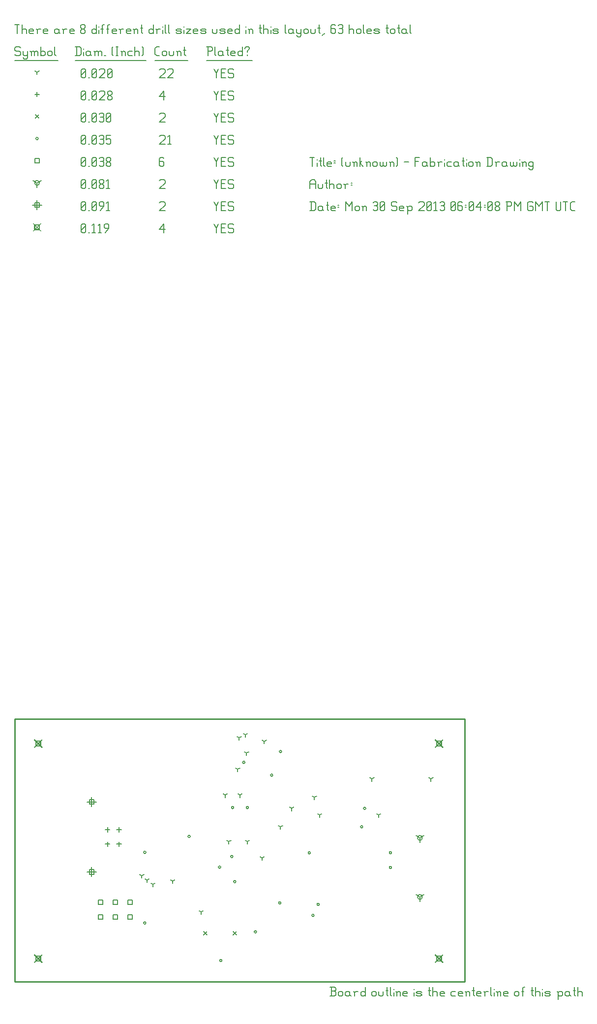
<source format=gbr>
G04 start of page 12 for group -3984 idx -3984 *
G04 Title: (unknown), fab *
G04 Creator: pcb 1.99z *
G04 CreationDate: Mon 30 Sep 2013 06:04:08 PM GMT UTC *
G04 For: commonadmin *
G04 Format: Gerber/RS-274X *
G04 PCB-Dimensions: 600000 500000 *
G04 PCB-Coordinate-Origin: lower left *
%MOIN*%
%FSLAX25Y25*%
%LNFAB*%
%ADD100C,0.0100*%
%ADD99C,0.0075*%
%ADD98C,0.0060*%
%ADD97R,0.0080X0.0080*%
%ADD96C,0.0001*%
G54D96*G36*
X13348Y18714D02*X18714Y13348D01*
X18148Y12782D01*
X12782Y18148D01*
X13348Y18714D01*
G37*
G36*
X12782Y13348D02*X18148Y18714D01*
X18714Y18148D01*
X13348Y12782D01*
X12782Y13348D01*
G37*
G54D97*X14148Y17348D02*X17348D01*
X14148D02*Y14148D01*
X17348D01*
Y17348D02*Y14148D01*
G54D96*G36*
X285002Y18714D02*X290367Y13348D01*
X289802Y12782D01*
X284436Y18148D01*
X285002Y18714D01*
G37*
G36*
X284436Y13348D02*X289802Y18714D01*
X290367Y18148D01*
X285002Y12782D01*
X284436Y13348D01*
G37*
G54D97*X285802Y17348D02*X289002D01*
X285802D02*Y14148D01*
X289002D01*
Y17348D02*Y14148D01*
G54D96*G36*
X13348Y164383D02*X18714Y159017D01*
X18148Y158452D01*
X12782Y163817D01*
X13348Y164383D01*
G37*
G36*
X12782Y159017D02*X18148Y164383D01*
X18714Y163817D01*
X13348Y158452D01*
X12782Y159017D01*
G37*
G54D97*X14148Y163017D02*X17348D01*
X14148D02*Y159817D01*
X17348D01*
Y163017D02*Y159817D01*
G54D96*G36*
X285002Y164383D02*X290367Y159017D01*
X289802Y158452D01*
X284436Y163817D01*
X285002Y164383D01*
G37*
G36*
X284436Y159017D02*X289802Y164383D01*
X290367Y163817D01*
X285002Y158452D01*
X284436Y159017D01*
G37*
G54D97*X285802Y163017D02*X289002D01*
X285802D02*Y159817D01*
X289002D01*
Y163017D02*Y159817D01*
G54D96*G36*
X12600Y514216D02*X17966Y508850D01*
X17400Y508284D01*
X12034Y513650D01*
X12600Y514216D01*
G37*
G36*
X12034Y508850D02*X17400Y514216D01*
X17966Y513650D01*
X12600Y508284D01*
X12034Y508850D01*
G37*
G54D97*X13400Y512850D02*X16600D01*
X13400D02*Y509650D01*
X16600D01*
Y512850D02*Y509650D01*
G54D98*X135000Y513500D02*X136500Y510500D01*
X138000Y513500D01*
X136500Y510500D02*Y507500D01*
X139800Y510800D02*X142050D01*
X139800Y507500D02*X142800D01*
X139800Y513500D02*Y507500D01*
Y513500D02*X142800D01*
X147600D02*X148350Y512750D01*
X145350Y513500D02*X147600D01*
X144600Y512750D02*X145350Y513500D01*
X144600Y512750D02*Y511250D01*
X145350Y510500D01*
X147600D01*
X148350Y509750D01*
Y508250D01*
X147600Y507500D02*X148350Y508250D01*
X145350Y507500D02*X147600D01*
X144600Y508250D02*X145350Y507500D01*
X98000Y509750D02*X101000Y513500D01*
X98000Y509750D02*X101750D01*
X101000Y513500D02*Y507500D01*
X45000Y508250D02*X45750Y507500D01*
X45000Y512750D02*Y508250D01*
Y512750D02*X45750Y513500D01*
X47250D01*
X48000Y512750D01*
Y508250D01*
X47250Y507500D02*X48000Y508250D01*
X45750Y507500D02*X47250D01*
X45000Y509000D02*X48000Y512000D01*
X49800Y507500D02*X50550D01*
X52350Y512300D02*X53550Y513500D01*
Y507500D01*
X52350D02*X54600D01*
X56400Y512300D02*X57600Y513500D01*
Y507500D01*
X56400D02*X58650D01*
X61200D02*X63450Y510500D01*
Y512750D02*Y510500D01*
X62700Y513500D02*X63450Y512750D01*
X61200Y513500D02*X62700D01*
X60450Y512750D02*X61200Y513500D01*
X60450Y512750D02*Y511250D01*
X61200Y510500D01*
X63450D01*
X52000Y77700D02*Y71300D01*
X48800Y74500D02*X55200D01*
X50400Y76100D02*X53600D01*
X50400D02*Y72900D01*
X53600D01*
Y76100D02*Y72900D01*
X52000Y125100D02*Y118700D01*
X48800Y121900D02*X55200D01*
X50400Y123500D02*X53600D01*
X50400D02*Y120300D01*
X53600D01*
Y123500D02*Y120300D01*
X15000Y529450D02*Y523050D01*
X11800Y526250D02*X18200D01*
X13400Y527850D02*X16600D01*
X13400D02*Y524650D01*
X16600D01*
Y527850D02*Y524650D01*
X135000Y528500D02*X136500Y525500D01*
X138000Y528500D01*
X136500Y525500D02*Y522500D01*
X139800Y525800D02*X142050D01*
X139800Y522500D02*X142800D01*
X139800Y528500D02*Y522500D01*
Y528500D02*X142800D01*
X147600D02*X148350Y527750D01*
X145350Y528500D02*X147600D01*
X144600Y527750D02*X145350Y528500D01*
X144600Y527750D02*Y526250D01*
X145350Y525500D01*
X147600D01*
X148350Y524750D01*
Y523250D01*
X147600Y522500D02*X148350Y523250D01*
X145350Y522500D02*X147600D01*
X144600Y523250D02*X145350Y522500D01*
X98000Y527750D02*X98750Y528500D01*
X101000D01*
X101750Y527750D01*
Y526250D01*
X98000Y522500D02*X101750Y526250D01*
X98000Y522500D02*X101750D01*
X45000Y523250D02*X45750Y522500D01*
X45000Y527750D02*Y523250D01*
Y527750D02*X45750Y528500D01*
X47250D01*
X48000Y527750D01*
Y523250D01*
X47250Y522500D02*X48000Y523250D01*
X45750Y522500D02*X47250D01*
X45000Y524000D02*X48000Y527000D01*
X49800Y522500D02*X50550D01*
X52350Y523250D02*X53100Y522500D01*
X52350Y527750D02*Y523250D01*
Y527750D02*X53100Y528500D01*
X54600D01*
X55350Y527750D01*
Y523250D01*
X54600Y522500D02*X55350Y523250D01*
X53100Y522500D02*X54600D01*
X52350Y524000D02*X55350Y527000D01*
X57900Y522500D02*X60150Y525500D01*
Y527750D02*Y525500D01*
X59400Y528500D02*X60150Y527750D01*
X57900Y528500D02*X59400D01*
X57150Y527750D02*X57900Y528500D01*
X57150Y527750D02*Y526250D01*
X57900Y525500D01*
X60150D01*
X61950Y527300D02*X63150Y528500D01*
Y522500D01*
X61950D02*X64200D01*
X274500Y97500D02*Y94300D01*
Y97500D02*X277273Y99100D01*
X274500Y97500D02*X271727Y99100D01*
X272900Y97500D02*G75*G03X276100Y97500I1600J0D01*G01*
G75*G03X272900Y97500I-1600J0D01*G01*
X274500Y57500D02*Y54300D01*
Y57500D02*X277273Y59100D01*
X274500Y57500D02*X271727Y59100D01*
X272900Y57500D02*G75*G03X276100Y57500I1600J0D01*G01*
G75*G03X272900Y57500I-1600J0D01*G01*
X15000Y541250D02*Y538050D01*
Y541250D02*X17773Y542850D01*
X15000Y541250D02*X12227Y542850D01*
X13400Y541250D02*G75*G03X16600Y541250I1600J0D01*G01*
G75*G03X13400Y541250I-1600J0D01*G01*
X135000Y543500D02*X136500Y540500D01*
X138000Y543500D01*
X136500Y540500D02*Y537500D01*
X139800Y540800D02*X142050D01*
X139800Y537500D02*X142800D01*
X139800Y543500D02*Y537500D01*
Y543500D02*X142800D01*
X147600D02*X148350Y542750D01*
X145350Y543500D02*X147600D01*
X144600Y542750D02*X145350Y543500D01*
X144600Y542750D02*Y541250D01*
X145350Y540500D01*
X147600D01*
X148350Y539750D01*
Y538250D01*
X147600Y537500D02*X148350Y538250D01*
X145350Y537500D02*X147600D01*
X144600Y538250D02*X145350Y537500D01*
X98000Y542750D02*X98750Y543500D01*
X101000D01*
X101750Y542750D01*
Y541250D01*
X98000Y537500D02*X101750Y541250D01*
X98000Y537500D02*X101750D01*
X45000Y538250D02*X45750Y537500D01*
X45000Y542750D02*Y538250D01*
Y542750D02*X45750Y543500D01*
X47250D01*
X48000Y542750D01*
Y538250D01*
X47250Y537500D02*X48000Y538250D01*
X45750Y537500D02*X47250D01*
X45000Y539000D02*X48000Y542000D01*
X49800Y537500D02*X50550D01*
X52350Y538250D02*X53100Y537500D01*
X52350Y542750D02*Y538250D01*
Y542750D02*X53100Y543500D01*
X54600D01*
X55350Y542750D01*
Y538250D01*
X54600Y537500D02*X55350Y538250D01*
X53100Y537500D02*X54600D01*
X52350Y539000D02*X55350Y542000D01*
X57150Y538250D02*X57900Y537500D01*
X57150Y539450D02*Y538250D01*
Y539450D02*X58200Y540500D01*
X59100D01*
X60150Y539450D01*
Y538250D01*
X59400Y537500D02*X60150Y538250D01*
X57900Y537500D02*X59400D01*
X57150Y541550D02*X58200Y540500D01*
X57150Y542750D02*Y541550D01*
Y542750D02*X57900Y543500D01*
X59400D01*
X60150Y542750D01*
Y541550D01*
X59100Y540500D02*X60150Y541550D01*
X61950Y542300D02*X63150Y543500D01*
Y537500D01*
X61950D02*X64200D01*
X76400Y55500D02*X79600D01*
X76400D02*Y52300D01*
X79600D01*
Y55500D02*Y52300D01*
X76400Y45500D02*X79600D01*
X76400D02*Y42300D01*
X79600D01*
Y45500D02*Y42300D01*
X66400Y55500D02*X69600D01*
X66400D02*Y52300D01*
X69600D01*
Y55500D02*Y52300D01*
X66400Y45500D02*X69600D01*
X66400D02*Y42300D01*
X69600D01*
Y45500D02*Y42300D01*
X56400Y55500D02*X59600D01*
X56400D02*Y52300D01*
X59600D01*
Y55500D02*Y52300D01*
X56400Y45500D02*X59600D01*
X56400D02*Y42300D01*
X59600D01*
Y45500D02*Y42300D01*
X13400Y557850D02*X16600D01*
X13400D02*Y554650D01*
X16600D01*
Y557850D02*Y554650D01*
X135000Y558500D02*X136500Y555500D01*
X138000Y558500D01*
X136500Y555500D02*Y552500D01*
X139800Y555800D02*X142050D01*
X139800Y552500D02*X142800D01*
X139800Y558500D02*Y552500D01*
Y558500D02*X142800D01*
X147600D02*X148350Y557750D01*
X145350Y558500D02*X147600D01*
X144600Y557750D02*X145350Y558500D01*
X144600Y557750D02*Y556250D01*
X145350Y555500D01*
X147600D01*
X148350Y554750D01*
Y553250D01*
X147600Y552500D02*X148350Y553250D01*
X145350Y552500D02*X147600D01*
X144600Y553250D02*X145350Y552500D01*
X100250Y558500D02*X101000Y557750D01*
X98750Y558500D02*X100250D01*
X98000Y557750D02*X98750Y558500D01*
X98000Y557750D02*Y553250D01*
X98750Y552500D01*
X100250Y555800D02*X101000Y555050D01*
X98000Y555800D02*X100250D01*
X98750Y552500D02*X100250D01*
X101000Y553250D01*
Y555050D02*Y553250D01*
X45000D02*X45750Y552500D01*
X45000Y557750D02*Y553250D01*
Y557750D02*X45750Y558500D01*
X47250D01*
X48000Y557750D01*
Y553250D01*
X47250Y552500D02*X48000Y553250D01*
X45750Y552500D02*X47250D01*
X45000Y554000D02*X48000Y557000D01*
X49800Y552500D02*X50550D01*
X52350Y553250D02*X53100Y552500D01*
X52350Y557750D02*Y553250D01*
Y557750D02*X53100Y558500D01*
X54600D01*
X55350Y557750D01*
Y553250D01*
X54600Y552500D02*X55350Y553250D01*
X53100Y552500D02*X54600D01*
X52350Y554000D02*X55350Y557000D01*
X57150Y557750D02*X57900Y558500D01*
X59400D01*
X60150Y557750D01*
X59400Y552500D02*X60150Y553250D01*
X57900Y552500D02*X59400D01*
X57150Y553250D02*X57900Y552500D01*
Y555800D02*X59400D01*
X60150Y557750D02*Y556550D01*
Y555050D02*Y553250D01*
Y555050D02*X59400Y555800D01*
X60150Y556550D02*X59400Y555800D01*
X61950Y553250D02*X62700Y552500D01*
X61950Y554450D02*Y553250D01*
Y554450D02*X63000Y555500D01*
X63900D01*
X64950Y554450D01*
Y553250D01*
X64200Y552500D02*X64950Y553250D01*
X62700Y552500D02*X64200D01*
X61950Y556550D02*X63000Y555500D01*
X61950Y557750D02*Y556550D01*
Y557750D02*X62700Y558500D01*
X64200D01*
X64950Y557750D01*
Y556550D01*
X63900Y555500D02*X64950Y556550D01*
X253700Y77500D02*G75*G03X255300Y77500I800J0D01*G01*
G75*G03X253700Y77500I-800J0D01*G01*
Y87500D02*G75*G03X255300Y87500I800J0D01*G01*
G75*G03X253700Y87500I-800J0D01*G01*
X137885Y77648D02*G75*G03X139485Y77648I800J0D01*G01*
G75*G03X137885Y77648I-800J0D01*G01*
X146200Y84900D02*G75*G03X147800Y84900I800J0D01*G01*
G75*G03X146200Y84900I-800J0D01*G01*
X87200Y87710D02*G75*G03X88800Y87710I800J0D01*G01*
G75*G03X87200Y87710I-800J0D01*G01*
X148200Y67900D02*G75*G03X149800Y67900I800J0D01*G01*
G75*G03X148200Y67900I-800J0D01*G01*
X87200Y39900D02*G75*G03X88800Y39900I800J0D01*G01*
G75*G03X87200Y39900I-800J0D01*G01*
X138685Y14375D02*G75*G03X140285Y14375I800J0D01*G01*
G75*G03X138685Y14375I-800J0D01*G01*
X162200Y33900D02*G75*G03X163800Y33900I800J0D01*G01*
G75*G03X162200Y33900I-800J0D01*G01*
X117200Y98500D02*G75*G03X118800Y98500I800J0D01*G01*
G75*G03X117200Y98500I-800J0D01*G01*
X154300Y148700D02*G75*G03X155900Y148700I800J0D01*G01*
G75*G03X154300Y148700I-800J0D01*G01*
X173200Y140000D02*G75*G03X174800Y140000I800J0D01*G01*
G75*G03X173200Y140000I-800J0D01*G01*
X179200Y156000D02*G75*G03X180800Y156000I800J0D01*G01*
G75*G03X179200Y156000I-800J0D01*G01*
X198700Y87324D02*G75*G03X200300Y87324I800J0D01*G01*
G75*G03X198700Y87324I-800J0D01*G01*
X201200Y45000D02*G75*G03X202800Y45000I800J0D01*G01*
G75*G03X201200Y45000I-800J0D01*G01*
X178700Y53500D02*G75*G03X180300Y53500I800J0D01*G01*
G75*G03X178700Y53500I-800J0D01*G01*
X204700Y52500D02*G75*G03X206300Y52500I800J0D01*G01*
G75*G03X204700Y52500I-800J0D01*G01*
X236200Y117500D02*G75*G03X237800Y117500I800J0D01*G01*
G75*G03X236200Y117500I-800J0D01*G01*
X234200Y105000D02*G75*G03X235800Y105000I800J0D01*G01*
G75*G03X234200Y105000I-800J0D01*G01*
X146700Y118000D02*G75*G03X148300Y118000I800J0D01*G01*
G75*G03X146700Y118000I-800J0D01*G01*
X156700D02*G75*G03X158300Y118000I800J0D01*G01*
G75*G03X156700Y118000I-800J0D01*G01*
X14200Y571250D02*G75*G03X15800Y571250I800J0D01*G01*
G75*G03X14200Y571250I-800J0D01*G01*
X135000Y573500D02*X136500Y570500D01*
X138000Y573500D01*
X136500Y570500D02*Y567500D01*
X139800Y570800D02*X142050D01*
X139800Y567500D02*X142800D01*
X139800Y573500D02*Y567500D01*
Y573500D02*X142800D01*
X147600D02*X148350Y572750D01*
X145350Y573500D02*X147600D01*
X144600Y572750D02*X145350Y573500D01*
X144600Y572750D02*Y571250D01*
X145350Y570500D01*
X147600D01*
X148350Y569750D01*
Y568250D01*
X147600Y567500D02*X148350Y568250D01*
X145350Y567500D02*X147600D01*
X144600Y568250D02*X145350Y567500D01*
X98000Y572750D02*X98750Y573500D01*
X101000D01*
X101750Y572750D01*
Y571250D01*
X98000Y567500D02*X101750Y571250D01*
X98000Y567500D02*X101750D01*
X103550Y572300D02*X104750Y573500D01*
Y567500D01*
X103550D02*X105800D01*
X45000Y568250D02*X45750Y567500D01*
X45000Y572750D02*Y568250D01*
Y572750D02*X45750Y573500D01*
X47250D01*
X48000Y572750D01*
Y568250D01*
X47250Y567500D02*X48000Y568250D01*
X45750Y567500D02*X47250D01*
X45000Y569000D02*X48000Y572000D01*
X49800Y567500D02*X50550D01*
X52350Y568250D02*X53100Y567500D01*
X52350Y572750D02*Y568250D01*
Y572750D02*X53100Y573500D01*
X54600D01*
X55350Y572750D01*
Y568250D01*
X54600Y567500D02*X55350Y568250D01*
X53100Y567500D02*X54600D01*
X52350Y569000D02*X55350Y572000D01*
X57150Y572750D02*X57900Y573500D01*
X59400D01*
X60150Y572750D01*
X59400Y567500D02*X60150Y568250D01*
X57900Y567500D02*X59400D01*
X57150Y568250D02*X57900Y567500D01*
Y570800D02*X59400D01*
X60150Y572750D02*Y571550D01*
Y570050D02*Y568250D01*
Y570050D02*X59400Y570800D01*
X60150Y571550D02*X59400Y570800D01*
X61950Y573500D02*X64950D01*
X61950D02*Y570500D01*
X62700Y571250D01*
X64200D01*
X64950Y570500D01*
Y568250D01*
X64200Y567500D02*X64950Y568250D01*
X62700Y567500D02*X64200D01*
X61950Y568250D02*X62700Y567500D01*
X147800Y34100D02*X150200Y31700D01*
X147800D02*X150200Y34100D01*
X127800D02*X130200Y31700D01*
X127800D02*X130200Y34100D01*
X13800Y587450D02*X16200Y585050D01*
X13800D02*X16200Y587450D01*
X135000Y588500D02*X136500Y585500D01*
X138000Y588500D01*
X136500Y585500D02*Y582500D01*
X139800Y585800D02*X142050D01*
X139800Y582500D02*X142800D01*
X139800Y588500D02*Y582500D01*
Y588500D02*X142800D01*
X147600D02*X148350Y587750D01*
X145350Y588500D02*X147600D01*
X144600Y587750D02*X145350Y588500D01*
X144600Y587750D02*Y586250D01*
X145350Y585500D01*
X147600D01*
X148350Y584750D01*
Y583250D01*
X147600Y582500D02*X148350Y583250D01*
X145350Y582500D02*X147600D01*
X144600Y583250D02*X145350Y582500D01*
X98000Y587750D02*X98750Y588500D01*
X101000D01*
X101750Y587750D01*
Y586250D01*
X98000Y582500D02*X101750Y586250D01*
X98000Y582500D02*X101750D01*
X45000Y583250D02*X45750Y582500D01*
X45000Y587750D02*Y583250D01*
Y587750D02*X45750Y588500D01*
X47250D01*
X48000Y587750D01*
Y583250D01*
X47250Y582500D02*X48000Y583250D01*
X45750Y582500D02*X47250D01*
X45000Y584000D02*X48000Y587000D01*
X49800Y582500D02*X50550D01*
X52350Y583250D02*X53100Y582500D01*
X52350Y587750D02*Y583250D01*
Y587750D02*X53100Y588500D01*
X54600D01*
X55350Y587750D01*
Y583250D01*
X54600Y582500D02*X55350Y583250D01*
X53100Y582500D02*X54600D01*
X52350Y584000D02*X55350Y587000D01*
X57150Y587750D02*X57900Y588500D01*
X59400D01*
X60150Y587750D01*
X59400Y582500D02*X60150Y583250D01*
X57900Y582500D02*X59400D01*
X57150Y583250D02*X57900Y582500D01*
Y585800D02*X59400D01*
X60150Y587750D02*Y586550D01*
Y585050D02*Y583250D01*
Y585050D02*X59400Y585800D01*
X60150Y586550D02*X59400Y585800D01*
X61950Y583250D02*X62700Y582500D01*
X61950Y587750D02*Y583250D01*
Y587750D02*X62700Y588500D01*
X64200D01*
X64950Y587750D01*
Y583250D01*
X64200Y582500D02*X64950Y583250D01*
X62700Y582500D02*X64200D01*
X61950Y584000D02*X64950Y587000D01*
X62700Y94900D02*Y91700D01*
X61100Y93300D02*X64300D01*
X62700Y104700D02*Y101500D01*
X61100Y103100D02*X64300D01*
X70500Y104700D02*Y101500D01*
X68900Y103100D02*X72100D01*
X70500Y94900D02*Y91700D01*
X68900Y93300D02*X72100D01*
X15000Y602850D02*Y599650D01*
X13400Y601250D02*X16600D01*
X135000Y603500D02*X136500Y600500D01*
X138000Y603500D01*
X136500Y600500D02*Y597500D01*
X139800Y600800D02*X142050D01*
X139800Y597500D02*X142800D01*
X139800Y603500D02*Y597500D01*
Y603500D02*X142800D01*
X147600D02*X148350Y602750D01*
X145350Y603500D02*X147600D01*
X144600Y602750D02*X145350Y603500D01*
X144600Y602750D02*Y601250D01*
X145350Y600500D01*
X147600D01*
X148350Y599750D01*
Y598250D01*
X147600Y597500D02*X148350Y598250D01*
X145350Y597500D02*X147600D01*
X144600Y598250D02*X145350Y597500D01*
X98000Y599750D02*X101000Y603500D01*
X98000Y599750D02*X101750D01*
X101000Y603500D02*Y597500D01*
X45000Y598250D02*X45750Y597500D01*
X45000Y602750D02*Y598250D01*
Y602750D02*X45750Y603500D01*
X47250D01*
X48000Y602750D01*
Y598250D01*
X47250Y597500D02*X48000Y598250D01*
X45750Y597500D02*X47250D01*
X45000Y599000D02*X48000Y602000D01*
X49800Y597500D02*X50550D01*
X52350Y598250D02*X53100Y597500D01*
X52350Y602750D02*Y598250D01*
Y602750D02*X53100Y603500D01*
X54600D01*
X55350Y602750D01*
Y598250D01*
X54600Y597500D02*X55350Y598250D01*
X53100Y597500D02*X54600D01*
X52350Y599000D02*X55350Y602000D01*
X57150Y602750D02*X57900Y603500D01*
X60150D01*
X60900Y602750D01*
Y601250D01*
X57150Y597500D02*X60900Y601250D01*
X57150Y597500D02*X60900D01*
X62700Y598250D02*X63450Y597500D01*
X62700Y599450D02*Y598250D01*
Y599450D02*X63750Y600500D01*
X64650D01*
X65700Y599450D01*
Y598250D01*
X64950Y597500D02*X65700Y598250D01*
X63450Y597500D02*X64950D01*
X62700Y601550D02*X63750Y600500D01*
X62700Y602750D02*Y601550D01*
Y602750D02*X63450Y603500D01*
X64950D01*
X65700Y602750D01*
Y601550D01*
X64650Y600500D02*X65700Y601550D01*
X246500Y113000D02*Y111400D01*
Y113000D02*X247887Y113800D01*
X246500Y113000D02*X245113Y113800D01*
X206500Y113000D02*Y111400D01*
Y113000D02*X207887Y113800D01*
X206500Y113000D02*X205113Y113800D01*
X282000Y137500D02*Y135900D01*
Y137500D02*X283387Y138300D01*
X282000Y137500D02*X280613Y138300D01*
X242000Y137500D02*Y135900D01*
Y137500D02*X243387Y138300D01*
X242000Y137500D02*X240613Y138300D01*
X126086Y47396D02*Y45796D01*
Y47396D02*X127472Y48196D01*
X126086Y47396D02*X124699Y48196D01*
X86000Y71900D02*Y70300D01*
Y71900D02*X87387Y72700D01*
X86000Y71900D02*X84613Y72700D01*
X89500Y68900D02*Y67300D01*
Y68900D02*X90887Y69700D01*
X89500Y68900D02*X88113Y69700D01*
X156300Y167400D02*Y165800D01*
Y167400D02*X157687Y168200D01*
X156300Y167400D02*X154913Y168200D01*
X152000Y165400D02*Y163800D01*
Y165400D02*X153387Y166200D01*
X152000Y165400D02*X150613Y166200D01*
X169000Y162900D02*Y161300D01*
Y162900D02*X170387Y163700D01*
X169000Y162900D02*X167613Y163700D01*
X93500Y66000D02*Y64400D01*
Y66000D02*X94887Y66800D01*
X93500Y66000D02*X92113Y66800D01*
X106800Y68200D02*Y66600D01*
Y68200D02*X108187Y69000D01*
X106800Y68200D02*X105413Y69000D01*
X157500Y95000D02*Y93400D01*
Y95000D02*X158887Y95800D01*
X157500Y95000D02*X156113Y95800D01*
X157000Y155000D02*Y153400D01*
Y155000D02*X158387Y155800D01*
X157000Y155000D02*X155613Y155800D01*
X167500Y83900D02*Y82300D01*
Y83900D02*X168887Y84700D01*
X167500Y83900D02*X166113Y84700D01*
X145000Y95000D02*Y93400D01*
Y95000D02*X146387Y95800D01*
X145000Y95000D02*X143613Y95800D01*
X152500Y126500D02*Y124900D01*
Y126500D02*X153887Y127300D01*
X152500Y126500D02*X151113Y127300D01*
X203000Y125000D02*Y123400D01*
Y125000D02*X204387Y125800D01*
X203000Y125000D02*X201613Y125800D01*
X180000Y105000D02*Y103400D01*
Y105000D02*X181387Y105800D01*
X180000Y105000D02*X178613Y105800D01*
X187500Y117500D02*Y115900D01*
Y117500D02*X188887Y118300D01*
X187500Y117500D02*X186113Y118300D01*
X142500Y126500D02*Y124900D01*
Y126500D02*X143887Y127300D01*
X142500Y126500D02*X141113Y127300D01*
X151000Y144000D02*Y142400D01*
Y144000D02*X152387Y144800D01*
X151000Y144000D02*X149613Y144800D01*
X15000Y616250D02*Y614650D01*
Y616250D02*X16387Y617050D01*
X15000Y616250D02*X13613Y617050D01*
X135000Y618500D02*X136500Y615500D01*
X138000Y618500D01*
X136500Y615500D02*Y612500D01*
X139800Y615800D02*X142050D01*
X139800Y612500D02*X142800D01*
X139800Y618500D02*Y612500D01*
Y618500D02*X142800D01*
X147600D02*X148350Y617750D01*
X145350Y618500D02*X147600D01*
X144600Y617750D02*X145350Y618500D01*
X144600Y617750D02*Y616250D01*
X145350Y615500D01*
X147600D01*
X148350Y614750D01*
Y613250D01*
X147600Y612500D02*X148350Y613250D01*
X145350Y612500D02*X147600D01*
X144600Y613250D02*X145350Y612500D01*
X98000Y617750D02*X98750Y618500D01*
X101000D01*
X101750Y617750D01*
Y616250D01*
X98000Y612500D02*X101750Y616250D01*
X98000Y612500D02*X101750D01*
X103550Y617750D02*X104300Y618500D01*
X106550D01*
X107300Y617750D01*
Y616250D01*
X103550Y612500D02*X107300Y616250D01*
X103550Y612500D02*X107300D01*
X45000Y613250D02*X45750Y612500D01*
X45000Y617750D02*Y613250D01*
Y617750D02*X45750Y618500D01*
X47250D01*
X48000Y617750D01*
Y613250D01*
X47250Y612500D02*X48000Y613250D01*
X45750Y612500D02*X47250D01*
X45000Y614000D02*X48000Y617000D01*
X49800Y612500D02*X50550D01*
X52350Y613250D02*X53100Y612500D01*
X52350Y617750D02*Y613250D01*
Y617750D02*X53100Y618500D01*
X54600D01*
X55350Y617750D01*
Y613250D01*
X54600Y612500D02*X55350Y613250D01*
X53100Y612500D02*X54600D01*
X52350Y614000D02*X55350Y617000D01*
X57150Y617750D02*X57900Y618500D01*
X60150D01*
X60900Y617750D01*
Y616250D01*
X57150Y612500D02*X60900Y616250D01*
X57150Y612500D02*X60900D01*
X62700Y613250D02*X63450Y612500D01*
X62700Y617750D02*Y613250D01*
Y617750D02*X63450Y618500D01*
X64950D01*
X65700Y617750D01*
Y613250D01*
X64950Y612500D02*X65700Y613250D01*
X63450Y612500D02*X64950D01*
X62700Y614000D02*X65700Y617000D01*
X3000Y633500D02*X3750Y632750D01*
X750Y633500D02*X3000D01*
X0Y632750D02*X750Y633500D01*
X0Y632750D02*Y631250D01*
X750Y630500D01*
X3000D01*
X3750Y629750D01*
Y628250D01*
X3000Y627500D02*X3750Y628250D01*
X750Y627500D02*X3000D01*
X0Y628250D02*X750Y627500D01*
X5550Y630500D02*Y628250D01*
X6300Y627500D01*
X8550Y630500D02*Y626000D01*
X7800Y625250D02*X8550Y626000D01*
X6300Y625250D02*X7800D01*
X5550Y626000D02*X6300Y625250D01*
Y627500D02*X7800D01*
X8550Y628250D01*
X11100Y629750D02*Y627500D01*
Y629750D02*X11850Y630500D01*
X12600D01*
X13350Y629750D01*
Y627500D01*
Y629750D02*X14100Y630500D01*
X14850D01*
X15600Y629750D01*
Y627500D01*
X10350Y630500D02*X11100Y629750D01*
X17400Y633500D02*Y627500D01*
Y628250D02*X18150Y627500D01*
X19650D01*
X20400Y628250D01*
Y629750D02*Y628250D01*
X19650Y630500D02*X20400Y629750D01*
X18150Y630500D02*X19650D01*
X17400Y629750D02*X18150Y630500D01*
X22200Y629750D02*Y628250D01*
Y629750D02*X22950Y630500D01*
X24450D01*
X25200Y629750D01*
Y628250D01*
X24450Y627500D02*X25200Y628250D01*
X22950Y627500D02*X24450D01*
X22200Y628250D02*X22950Y627500D01*
X27000Y633500D02*Y628250D01*
X27750Y627500D01*
X0Y624250D02*X29250D01*
X41750Y633500D02*Y627500D01*
X43700Y633500D02*X44750Y632450D01*
Y628550D01*
X43700Y627500D02*X44750Y628550D01*
X41000Y627500D02*X43700D01*
X41000Y633500D02*X43700D01*
G54D99*X46550Y632000D02*Y631850D01*
G54D98*Y629750D02*Y627500D01*
X50300Y630500D02*X51050Y629750D01*
X48800Y630500D02*X50300D01*
X48050Y629750D02*X48800Y630500D01*
X48050Y629750D02*Y628250D01*
X48800Y627500D01*
X51050Y630500D02*Y628250D01*
X51800Y627500D01*
X48800D02*X50300D01*
X51050Y628250D01*
X54350Y629750D02*Y627500D01*
Y629750D02*X55100Y630500D01*
X55850D01*
X56600Y629750D01*
Y627500D01*
Y629750D02*X57350Y630500D01*
X58100D01*
X58850Y629750D01*
Y627500D01*
X53600Y630500D02*X54350Y629750D01*
X60650Y627500D02*X61400D01*
X65900Y628250D02*X66650Y627500D01*
X65900Y632750D02*X66650Y633500D01*
X65900Y632750D02*Y628250D01*
X68450Y633500D02*X69950D01*
X69200D02*Y627500D01*
X68450D02*X69950D01*
X72500Y629750D02*Y627500D01*
Y629750D02*X73250Y630500D01*
X74000D01*
X74750Y629750D01*
Y627500D01*
X71750Y630500D02*X72500Y629750D01*
X77300Y630500D02*X79550D01*
X76550Y629750D02*X77300Y630500D01*
X76550Y629750D02*Y628250D01*
X77300Y627500D01*
X79550D01*
X81350Y633500D02*Y627500D01*
Y629750D02*X82100Y630500D01*
X83600D01*
X84350Y629750D01*
Y627500D01*
X86150Y633500D02*X86900Y632750D01*
Y628250D01*
X86150Y627500D02*X86900Y628250D01*
X41000Y624250D02*X88700D01*
X96050Y627500D02*X98000D01*
X95000Y628550D02*X96050Y627500D01*
X95000Y632450D02*Y628550D01*
Y632450D02*X96050Y633500D01*
X98000D01*
X99800Y629750D02*Y628250D01*
Y629750D02*X100550Y630500D01*
X102050D01*
X102800Y629750D01*
Y628250D01*
X102050Y627500D02*X102800Y628250D01*
X100550Y627500D02*X102050D01*
X99800Y628250D02*X100550Y627500D01*
X104600Y630500D02*Y628250D01*
X105350Y627500D01*
X106850D01*
X107600Y628250D01*
Y630500D02*Y628250D01*
X110150Y629750D02*Y627500D01*
Y629750D02*X110900Y630500D01*
X111650D01*
X112400Y629750D01*
Y627500D01*
X109400Y630500D02*X110150Y629750D01*
X114950Y633500D02*Y628250D01*
X115700Y627500D01*
X114200Y631250D02*X115700D01*
X95000Y624250D02*X117200D01*
X130750Y633500D02*Y627500D01*
X130000Y633500D02*X133000D01*
X133750Y632750D01*
Y631250D01*
X133000Y630500D02*X133750Y631250D01*
X130750Y630500D02*X133000D01*
X135550Y633500D02*Y628250D01*
X136300Y627500D01*
X140050Y630500D02*X140800Y629750D01*
X138550Y630500D02*X140050D01*
X137800Y629750D02*X138550Y630500D01*
X137800Y629750D02*Y628250D01*
X138550Y627500D01*
X140800Y630500D02*Y628250D01*
X141550Y627500D01*
X138550D02*X140050D01*
X140800Y628250D01*
X144100Y633500D02*Y628250D01*
X144850Y627500D01*
X143350Y631250D02*X144850D01*
X147100Y627500D02*X149350D01*
X146350Y628250D02*X147100Y627500D01*
X146350Y629750D02*Y628250D01*
Y629750D02*X147100Y630500D01*
X148600D01*
X149350Y629750D01*
X146350Y629000D02*X149350D01*
Y629750D02*Y629000D01*
X154150Y633500D02*Y627500D01*
X153400D02*X154150Y628250D01*
X151900Y627500D02*X153400D01*
X151150Y628250D02*X151900Y627500D01*
X151150Y629750D02*Y628250D01*
Y629750D02*X151900Y630500D01*
X153400D01*
X154150Y629750D01*
X157450Y630500D02*Y629750D01*
Y628250D02*Y627500D01*
X155950Y632750D02*Y632000D01*
Y632750D02*X156700Y633500D01*
X158200D01*
X158950Y632750D01*
Y632000D01*
X157450Y630500D02*X158950Y632000D01*
X130000Y624250D02*X160750D01*
X0Y648500D02*X3000D01*
X1500D02*Y642500D01*
X4800Y648500D02*Y642500D01*
Y644750D02*X5550Y645500D01*
X7050D01*
X7800Y644750D01*
Y642500D01*
X10350D02*X12600D01*
X9600Y643250D02*X10350Y642500D01*
X9600Y644750D02*Y643250D01*
Y644750D02*X10350Y645500D01*
X11850D01*
X12600Y644750D01*
X9600Y644000D02*X12600D01*
Y644750D02*Y644000D01*
X15150Y644750D02*Y642500D01*
Y644750D02*X15900Y645500D01*
X17400D01*
X14400D02*X15150Y644750D01*
X19950Y642500D02*X22200D01*
X19200Y643250D02*X19950Y642500D01*
X19200Y644750D02*Y643250D01*
Y644750D02*X19950Y645500D01*
X21450D01*
X22200Y644750D01*
X19200Y644000D02*X22200D01*
Y644750D02*Y644000D01*
X28950Y645500D02*X29700Y644750D01*
X27450Y645500D02*X28950D01*
X26700Y644750D02*X27450Y645500D01*
X26700Y644750D02*Y643250D01*
X27450Y642500D01*
X29700Y645500D02*Y643250D01*
X30450Y642500D01*
X27450D02*X28950D01*
X29700Y643250D01*
X33000Y644750D02*Y642500D01*
Y644750D02*X33750Y645500D01*
X35250D01*
X32250D02*X33000Y644750D01*
X37800Y642500D02*X40050D01*
X37050Y643250D02*X37800Y642500D01*
X37050Y644750D02*Y643250D01*
Y644750D02*X37800Y645500D01*
X39300D01*
X40050Y644750D01*
X37050Y644000D02*X40050D01*
Y644750D02*Y644000D01*
X44550Y643250D02*X45300Y642500D01*
X44550Y644450D02*Y643250D01*
Y644450D02*X45600Y645500D01*
X46500D01*
X47550Y644450D01*
Y643250D01*
X46800Y642500D02*X47550Y643250D01*
X45300Y642500D02*X46800D01*
X44550Y646550D02*X45600Y645500D01*
X44550Y647750D02*Y646550D01*
Y647750D02*X45300Y648500D01*
X46800D01*
X47550Y647750D01*
Y646550D01*
X46500Y645500D02*X47550Y646550D01*
X55050Y648500D02*Y642500D01*
X54300D02*X55050Y643250D01*
X52800Y642500D02*X54300D01*
X52050Y643250D02*X52800Y642500D01*
X52050Y644750D02*Y643250D01*
Y644750D02*X52800Y645500D01*
X54300D01*
X55050Y644750D01*
G54D99*X56850Y647000D02*Y646850D01*
G54D98*Y644750D02*Y642500D01*
X59100Y647750D02*Y642500D01*
Y647750D02*X59850Y648500D01*
X60600D01*
X58350Y645500D02*X59850D01*
X62850Y647750D02*Y642500D01*
Y647750D02*X63600Y648500D01*
X64350D01*
X62100Y645500D02*X63600D01*
X66600Y642500D02*X68850D01*
X65850Y643250D02*X66600Y642500D01*
X65850Y644750D02*Y643250D01*
Y644750D02*X66600Y645500D01*
X68100D01*
X68850Y644750D01*
X65850Y644000D02*X68850D01*
Y644750D02*Y644000D01*
X71400Y644750D02*Y642500D01*
Y644750D02*X72150Y645500D01*
X73650D01*
X70650D02*X71400Y644750D01*
X76200Y642500D02*X78450D01*
X75450Y643250D02*X76200Y642500D01*
X75450Y644750D02*Y643250D01*
Y644750D02*X76200Y645500D01*
X77700D01*
X78450Y644750D01*
X75450Y644000D02*X78450D01*
Y644750D02*Y644000D01*
X81000Y644750D02*Y642500D01*
Y644750D02*X81750Y645500D01*
X82500D01*
X83250Y644750D01*
Y642500D01*
X80250Y645500D02*X81000Y644750D01*
X85800Y648500D02*Y643250D01*
X86550Y642500D01*
X85050Y646250D02*X86550D01*
X93750Y648500D02*Y642500D01*
X93000D02*X93750Y643250D01*
X91500Y642500D02*X93000D01*
X90750Y643250D02*X91500Y642500D01*
X90750Y644750D02*Y643250D01*
Y644750D02*X91500Y645500D01*
X93000D01*
X93750Y644750D01*
X96300D02*Y642500D01*
Y644750D02*X97050Y645500D01*
X98550D01*
X95550D02*X96300Y644750D01*
G54D99*X100350Y647000D02*Y646850D01*
G54D98*Y644750D02*Y642500D01*
X101850Y648500D02*Y643250D01*
X102600Y642500D01*
X104100Y648500D02*Y643250D01*
X104850Y642500D01*
X109800D02*X112050D01*
X112800Y643250D01*
X112050Y644000D02*X112800Y643250D01*
X109800Y644000D02*X112050D01*
X109050Y644750D02*X109800Y644000D01*
X109050Y644750D02*X109800Y645500D01*
X112050D01*
X112800Y644750D01*
X109050Y643250D02*X109800Y642500D01*
G54D99*X114600Y647000D02*Y646850D01*
G54D98*Y644750D02*Y642500D01*
X116100Y645500D02*X119100D01*
X116100Y642500D02*X119100Y645500D01*
X116100Y642500D02*X119100D01*
X121650D02*X123900D01*
X120900Y643250D02*X121650Y642500D01*
X120900Y644750D02*Y643250D01*
Y644750D02*X121650Y645500D01*
X123150D01*
X123900Y644750D01*
X120900Y644000D02*X123900D01*
Y644750D02*Y644000D01*
X126450Y642500D02*X128700D01*
X129450Y643250D01*
X128700Y644000D02*X129450Y643250D01*
X126450Y644000D02*X128700D01*
X125700Y644750D02*X126450Y644000D01*
X125700Y644750D02*X126450Y645500D01*
X128700D01*
X129450Y644750D01*
X125700Y643250D02*X126450Y642500D01*
X133950Y645500D02*Y643250D01*
X134700Y642500D01*
X136200D01*
X136950Y643250D01*
Y645500D02*Y643250D01*
X139500Y642500D02*X141750D01*
X142500Y643250D01*
X141750Y644000D02*X142500Y643250D01*
X139500Y644000D02*X141750D01*
X138750Y644750D02*X139500Y644000D01*
X138750Y644750D02*X139500Y645500D01*
X141750D01*
X142500Y644750D01*
X138750Y643250D02*X139500Y642500D01*
X145050D02*X147300D01*
X144300Y643250D02*X145050Y642500D01*
X144300Y644750D02*Y643250D01*
Y644750D02*X145050Y645500D01*
X146550D01*
X147300Y644750D01*
X144300Y644000D02*X147300D01*
Y644750D02*Y644000D01*
X152100Y648500D02*Y642500D01*
X151350D02*X152100Y643250D01*
X149850Y642500D02*X151350D01*
X149100Y643250D02*X149850Y642500D01*
X149100Y644750D02*Y643250D01*
Y644750D02*X149850Y645500D01*
X151350D01*
X152100Y644750D01*
G54D99*X156600Y647000D02*Y646850D01*
G54D98*Y644750D02*Y642500D01*
X158850Y644750D02*Y642500D01*
Y644750D02*X159600Y645500D01*
X160350D01*
X161100Y644750D01*
Y642500D01*
X158100Y645500D02*X158850Y644750D01*
X166350Y648500D02*Y643250D01*
X167100Y642500D01*
X165600Y646250D02*X167100D01*
X168600Y648500D02*Y642500D01*
Y644750D02*X169350Y645500D01*
X170850D01*
X171600Y644750D01*
Y642500D01*
G54D99*X173400Y647000D02*Y646850D01*
G54D98*Y644750D02*Y642500D01*
X175650D02*X177900D01*
X178650Y643250D01*
X177900Y644000D02*X178650Y643250D01*
X175650Y644000D02*X177900D01*
X174900Y644750D02*X175650Y644000D01*
X174900Y644750D02*X175650Y645500D01*
X177900D01*
X178650Y644750D01*
X174900Y643250D02*X175650Y642500D01*
X183150Y648500D02*Y643250D01*
X183900Y642500D01*
X187650Y645500D02*X188400Y644750D01*
X186150Y645500D02*X187650D01*
X185400Y644750D02*X186150Y645500D01*
X185400Y644750D02*Y643250D01*
X186150Y642500D01*
X188400Y645500D02*Y643250D01*
X189150Y642500D01*
X186150D02*X187650D01*
X188400Y643250D01*
X190950Y645500D02*Y643250D01*
X191700Y642500D01*
X193950Y645500D02*Y641000D01*
X193200Y640250D02*X193950Y641000D01*
X191700Y640250D02*X193200D01*
X190950Y641000D02*X191700Y640250D01*
Y642500D02*X193200D01*
X193950Y643250D01*
X195750Y644750D02*Y643250D01*
Y644750D02*X196500Y645500D01*
X198000D01*
X198750Y644750D01*
Y643250D01*
X198000Y642500D02*X198750Y643250D01*
X196500Y642500D02*X198000D01*
X195750Y643250D02*X196500Y642500D01*
X200550Y645500D02*Y643250D01*
X201300Y642500D01*
X202800D01*
X203550Y643250D01*
Y645500D02*Y643250D01*
X206100Y648500D02*Y643250D01*
X206850Y642500D01*
X205350Y646250D02*X206850D01*
X208350Y641000D02*X209850Y642500D01*
X216600Y648500D02*X217350Y647750D01*
X215100Y648500D02*X216600D01*
X214350Y647750D02*X215100Y648500D01*
X214350Y647750D02*Y643250D01*
X215100Y642500D01*
X216600Y645800D02*X217350Y645050D01*
X214350Y645800D02*X216600D01*
X215100Y642500D02*X216600D01*
X217350Y643250D01*
Y645050D02*Y643250D01*
X219150Y647750D02*X219900Y648500D01*
X221400D01*
X222150Y647750D01*
X221400Y642500D02*X222150Y643250D01*
X219900Y642500D02*X221400D01*
X219150Y643250D02*X219900Y642500D01*
Y645800D02*X221400D01*
X222150Y647750D02*Y646550D01*
Y645050D02*Y643250D01*
Y645050D02*X221400Y645800D01*
X222150Y646550D02*X221400Y645800D01*
X226650Y648500D02*Y642500D01*
Y644750D02*X227400Y645500D01*
X228900D01*
X229650Y644750D01*
Y642500D01*
X231450Y644750D02*Y643250D01*
Y644750D02*X232200Y645500D01*
X233700D01*
X234450Y644750D01*
Y643250D01*
X233700Y642500D02*X234450Y643250D01*
X232200Y642500D02*X233700D01*
X231450Y643250D02*X232200Y642500D01*
X236250Y648500D02*Y643250D01*
X237000Y642500D01*
X239250D02*X241500D01*
X238500Y643250D02*X239250Y642500D01*
X238500Y644750D02*Y643250D01*
Y644750D02*X239250Y645500D01*
X240750D01*
X241500Y644750D01*
X238500Y644000D02*X241500D01*
Y644750D02*Y644000D01*
X244050Y642500D02*X246300D01*
X247050Y643250D01*
X246300Y644000D02*X247050Y643250D01*
X244050Y644000D02*X246300D01*
X243300Y644750D02*X244050Y644000D01*
X243300Y644750D02*X244050Y645500D01*
X246300D01*
X247050Y644750D01*
X243300Y643250D02*X244050Y642500D01*
X252300Y648500D02*Y643250D01*
X253050Y642500D01*
X251550Y646250D02*X253050D01*
X254550Y644750D02*Y643250D01*
Y644750D02*X255300Y645500D01*
X256800D01*
X257550Y644750D01*
Y643250D01*
X256800Y642500D02*X257550Y643250D01*
X255300Y642500D02*X256800D01*
X254550Y643250D02*X255300Y642500D01*
X260100Y648500D02*Y643250D01*
X260850Y642500D01*
X259350Y646250D02*X260850D01*
X264600Y645500D02*X265350Y644750D01*
X263100Y645500D02*X264600D01*
X262350Y644750D02*X263100Y645500D01*
X262350Y644750D02*Y643250D01*
X263100Y642500D01*
X265350Y645500D02*Y643250D01*
X266100Y642500D01*
X263100D02*X264600D01*
X265350Y643250D01*
X267900Y648500D02*Y643250D01*
X268650Y642500D01*
G54D100*X0Y178000D02*Y0D01*
X305000D02*Y178000D01*
X0D01*
Y0D02*X305000D01*
G54D98*X213675Y-9500D02*X216675D01*
X217425Y-8750D01*
Y-6950D02*Y-8750D01*
X216675Y-6200D02*X217425Y-6950D01*
X214425Y-6200D02*X216675D01*
X214425Y-3500D02*Y-9500D01*
X213675Y-3500D02*X216675D01*
X217425Y-4250D01*
Y-5450D01*
X216675Y-6200D02*X217425Y-5450D01*
X219225Y-7250D02*Y-8750D01*
Y-7250D02*X219975Y-6500D01*
X221475D01*
X222225Y-7250D01*
Y-8750D01*
X221475Y-9500D02*X222225Y-8750D01*
X219975Y-9500D02*X221475D01*
X219225Y-8750D02*X219975Y-9500D01*
X226275Y-6500D02*X227025Y-7250D01*
X224775Y-6500D02*X226275D01*
X224025Y-7250D02*X224775Y-6500D01*
X224025Y-7250D02*Y-8750D01*
X224775Y-9500D01*
X227025Y-6500D02*Y-8750D01*
X227775Y-9500D01*
X224775D02*X226275D01*
X227025Y-8750D01*
X230325Y-7250D02*Y-9500D01*
Y-7250D02*X231075Y-6500D01*
X232575D01*
X229575D02*X230325Y-7250D01*
X237375Y-3500D02*Y-9500D01*
X236625D02*X237375Y-8750D01*
X235125Y-9500D02*X236625D01*
X234375Y-8750D02*X235125Y-9500D01*
X234375Y-7250D02*Y-8750D01*
Y-7250D02*X235125Y-6500D01*
X236625D01*
X237375Y-7250D01*
X241875D02*Y-8750D01*
Y-7250D02*X242625Y-6500D01*
X244125D01*
X244875Y-7250D01*
Y-8750D01*
X244125Y-9500D02*X244875Y-8750D01*
X242625Y-9500D02*X244125D01*
X241875Y-8750D02*X242625Y-9500D01*
X246675Y-6500D02*Y-8750D01*
X247425Y-9500D01*
X248925D01*
X249675Y-8750D01*
Y-6500D02*Y-8750D01*
X252225Y-3500D02*Y-8750D01*
X252975Y-9500D01*
X251475Y-5750D02*X252975D01*
X254475Y-3500D02*Y-8750D01*
X255225Y-9500D01*
G54D99*X256725Y-5000D02*Y-5150D01*
G54D98*Y-7250D02*Y-9500D01*
X258975Y-7250D02*Y-9500D01*
Y-7250D02*X259725Y-6500D01*
X260475D01*
X261225Y-7250D01*
Y-9500D01*
X258225Y-6500D02*X258975Y-7250D01*
X263775Y-9500D02*X266025D01*
X263025Y-8750D02*X263775Y-9500D01*
X263025Y-7250D02*Y-8750D01*
Y-7250D02*X263775Y-6500D01*
X265275D01*
X266025Y-7250D01*
X263025Y-8000D02*X266025D01*
Y-7250D02*Y-8000D01*
G54D99*X270525Y-5000D02*Y-5150D01*
G54D98*Y-7250D02*Y-9500D01*
X272775D02*X275025D01*
X275775Y-8750D01*
X275025Y-8000D02*X275775Y-8750D01*
X272775Y-8000D02*X275025D01*
X272025Y-7250D02*X272775Y-8000D01*
X272025Y-7250D02*X272775Y-6500D01*
X275025D01*
X275775Y-7250D01*
X272025Y-8750D02*X272775Y-9500D01*
X281025Y-3500D02*Y-8750D01*
X281775Y-9500D01*
X280275Y-5750D02*X281775D01*
X283275Y-3500D02*Y-9500D01*
Y-7250D02*X284025Y-6500D01*
X285525D01*
X286275Y-7250D01*
Y-9500D01*
X288825D02*X291075D01*
X288075Y-8750D02*X288825Y-9500D01*
X288075Y-7250D02*Y-8750D01*
Y-7250D02*X288825Y-6500D01*
X290325D01*
X291075Y-7250D01*
X288075Y-8000D02*X291075D01*
Y-7250D02*Y-8000D01*
X296325Y-6500D02*X298575D01*
X295575Y-7250D02*X296325Y-6500D01*
X295575Y-7250D02*Y-8750D01*
X296325Y-9500D01*
X298575D01*
X301125D02*X303375D01*
X300375Y-8750D02*X301125Y-9500D01*
X300375Y-7250D02*Y-8750D01*
Y-7250D02*X301125Y-6500D01*
X302625D01*
X303375Y-7250D01*
X300375Y-8000D02*X303375D01*
Y-7250D02*Y-8000D01*
X305925Y-7250D02*Y-9500D01*
Y-7250D02*X306675Y-6500D01*
X307425D01*
X308175Y-7250D01*
Y-9500D01*
X305175Y-6500D02*X305925Y-7250D01*
X310725Y-3500D02*Y-8750D01*
X311475Y-9500D01*
X309975Y-5750D02*X311475D01*
X313725Y-9500D02*X315975D01*
X312975Y-8750D02*X313725Y-9500D01*
X312975Y-7250D02*Y-8750D01*
Y-7250D02*X313725Y-6500D01*
X315225D01*
X315975Y-7250D01*
X312975Y-8000D02*X315975D01*
Y-7250D02*Y-8000D01*
X318525Y-7250D02*Y-9500D01*
Y-7250D02*X319275Y-6500D01*
X320775D01*
X317775D02*X318525Y-7250D01*
X322575Y-3500D02*Y-8750D01*
X323325Y-9500D01*
G54D99*X324825Y-5000D02*Y-5150D01*
G54D98*Y-7250D02*Y-9500D01*
X327075Y-7250D02*Y-9500D01*
Y-7250D02*X327825Y-6500D01*
X328575D01*
X329325Y-7250D01*
Y-9500D01*
X326325Y-6500D02*X327075Y-7250D01*
X331875Y-9500D02*X334125D01*
X331125Y-8750D02*X331875Y-9500D01*
X331125Y-7250D02*Y-8750D01*
Y-7250D02*X331875Y-6500D01*
X333375D01*
X334125Y-7250D01*
X331125Y-8000D02*X334125D01*
Y-7250D02*Y-8000D01*
X338625Y-7250D02*Y-8750D01*
Y-7250D02*X339375Y-6500D01*
X340875D01*
X341625Y-7250D01*
Y-8750D01*
X340875Y-9500D02*X341625Y-8750D01*
X339375Y-9500D02*X340875D01*
X338625Y-8750D02*X339375Y-9500D01*
X344175Y-4250D02*Y-9500D01*
Y-4250D02*X344925Y-3500D01*
X345675D01*
X343425Y-6500D02*X344925D01*
X350625Y-3500D02*Y-8750D01*
X351375Y-9500D01*
X349875Y-5750D02*X351375D01*
X352875Y-3500D02*Y-9500D01*
Y-7250D02*X353625Y-6500D01*
X355125D01*
X355875Y-7250D01*
Y-9500D01*
G54D99*X357675Y-5000D02*Y-5150D01*
G54D98*Y-7250D02*Y-9500D01*
X359925D02*X362175D01*
X362925Y-8750D01*
X362175Y-8000D02*X362925Y-8750D01*
X359925Y-8000D02*X362175D01*
X359175Y-7250D02*X359925Y-8000D01*
X359175Y-7250D02*X359925Y-6500D01*
X362175D01*
X362925Y-7250D01*
X359175Y-8750D02*X359925Y-9500D01*
X368175Y-7250D02*Y-11750D01*
X367425Y-6500D02*X368175Y-7250D01*
X368925Y-6500D01*
X370425D01*
X371175Y-7250D01*
Y-8750D01*
X370425Y-9500D02*X371175Y-8750D01*
X368925Y-9500D02*X370425D01*
X368175Y-8750D02*X368925Y-9500D01*
X375225Y-6500D02*X375975Y-7250D01*
X373725Y-6500D02*X375225D01*
X372975Y-7250D02*X373725Y-6500D01*
X372975Y-7250D02*Y-8750D01*
X373725Y-9500D01*
X375975Y-6500D02*Y-8750D01*
X376725Y-9500D01*
X373725D02*X375225D01*
X375975Y-8750D01*
X379275Y-3500D02*Y-8750D01*
X380025Y-9500D01*
X378525Y-5750D02*X380025D01*
X381525Y-3500D02*Y-9500D01*
Y-7250D02*X382275Y-6500D01*
X383775D01*
X384525Y-7250D01*
Y-9500D01*
X200750Y528500D02*Y522500D01*
X202700Y528500D02*X203750Y527450D01*
Y523550D01*
X202700Y522500D02*X203750Y523550D01*
X200000Y522500D02*X202700D01*
X200000Y528500D02*X202700D01*
X207800Y525500D02*X208550Y524750D01*
X206300Y525500D02*X207800D01*
X205550Y524750D02*X206300Y525500D01*
X205550Y524750D02*Y523250D01*
X206300Y522500D01*
X208550Y525500D02*Y523250D01*
X209300Y522500D01*
X206300D02*X207800D01*
X208550Y523250D01*
X211850Y528500D02*Y523250D01*
X212600Y522500D01*
X211100Y526250D02*X212600D01*
X214850Y522500D02*X217100D01*
X214100Y523250D02*X214850Y522500D01*
X214100Y524750D02*Y523250D01*
Y524750D02*X214850Y525500D01*
X216350D01*
X217100Y524750D01*
X214100Y524000D02*X217100D01*
Y524750D02*Y524000D01*
X218900Y526250D02*X219650D01*
X218900Y524750D02*X219650D01*
X224150Y528500D02*Y522500D01*
Y528500D02*X226400Y525500D01*
X228650Y528500D01*
Y522500D01*
X230450Y524750D02*Y523250D01*
Y524750D02*X231200Y525500D01*
X232700D01*
X233450Y524750D01*
Y523250D01*
X232700Y522500D02*X233450Y523250D01*
X231200Y522500D02*X232700D01*
X230450Y523250D02*X231200Y522500D01*
X236000Y524750D02*Y522500D01*
Y524750D02*X236750Y525500D01*
X237500D01*
X238250Y524750D01*
Y522500D01*
X235250Y525500D02*X236000Y524750D01*
X242750Y527750D02*X243500Y528500D01*
X245000D01*
X245750Y527750D01*
X245000Y522500D02*X245750Y523250D01*
X243500Y522500D02*X245000D01*
X242750Y523250D02*X243500Y522500D01*
Y525800D02*X245000D01*
X245750Y527750D02*Y526550D01*
Y525050D02*Y523250D01*
Y525050D02*X245000Y525800D01*
X245750Y526550D02*X245000Y525800D01*
X247550Y523250D02*X248300Y522500D01*
X247550Y527750D02*Y523250D01*
Y527750D02*X248300Y528500D01*
X249800D01*
X250550Y527750D01*
Y523250D01*
X249800Y522500D02*X250550Y523250D01*
X248300Y522500D02*X249800D01*
X247550Y524000D02*X250550Y527000D01*
X258050Y528500D02*X258800Y527750D01*
X255800Y528500D02*X258050D01*
X255050Y527750D02*X255800Y528500D01*
X255050Y527750D02*Y526250D01*
X255800Y525500D01*
X258050D01*
X258800Y524750D01*
Y523250D01*
X258050Y522500D02*X258800Y523250D01*
X255800Y522500D02*X258050D01*
X255050Y523250D02*X255800Y522500D01*
X261350D02*X263600D01*
X260600Y523250D02*X261350Y522500D01*
X260600Y524750D02*Y523250D01*
Y524750D02*X261350Y525500D01*
X262850D01*
X263600Y524750D01*
X260600Y524000D02*X263600D01*
Y524750D02*Y524000D01*
X266150Y524750D02*Y520250D01*
X265400Y525500D02*X266150Y524750D01*
X266900Y525500D01*
X268400D01*
X269150Y524750D01*
Y523250D01*
X268400Y522500D02*X269150Y523250D01*
X266900Y522500D02*X268400D01*
X266150Y523250D02*X266900Y522500D01*
X273650Y527750D02*X274400Y528500D01*
X276650D01*
X277400Y527750D01*
Y526250D01*
X273650Y522500D02*X277400Y526250D01*
X273650Y522500D02*X277400D01*
X279200Y523250D02*X279950Y522500D01*
X279200Y527750D02*Y523250D01*
Y527750D02*X279950Y528500D01*
X281450D01*
X282200Y527750D01*
Y523250D01*
X281450Y522500D02*X282200Y523250D01*
X279950Y522500D02*X281450D01*
X279200Y524000D02*X282200Y527000D01*
X284000Y527300D02*X285200Y528500D01*
Y522500D01*
X284000D02*X286250D01*
X288050Y527750D02*X288800Y528500D01*
X290300D01*
X291050Y527750D01*
X290300Y522500D02*X291050Y523250D01*
X288800Y522500D02*X290300D01*
X288050Y523250D02*X288800Y522500D01*
Y525800D02*X290300D01*
X291050Y527750D02*Y526550D01*
Y525050D02*Y523250D01*
Y525050D02*X290300Y525800D01*
X291050Y526550D02*X290300Y525800D01*
X295550Y523250D02*X296300Y522500D01*
X295550Y527750D02*Y523250D01*
Y527750D02*X296300Y528500D01*
X297800D01*
X298550Y527750D01*
Y523250D01*
X297800Y522500D02*X298550Y523250D01*
X296300Y522500D02*X297800D01*
X295550Y524000D02*X298550Y527000D01*
X302600Y528500D02*X303350Y527750D01*
X301100Y528500D02*X302600D01*
X300350Y527750D02*X301100Y528500D01*
X300350Y527750D02*Y523250D01*
X301100Y522500D01*
X302600Y525800D02*X303350Y525050D01*
X300350Y525800D02*X302600D01*
X301100Y522500D02*X302600D01*
X303350Y523250D01*
Y525050D02*Y523250D01*
X305150Y526250D02*X305900D01*
X305150Y524750D02*X305900D01*
X307700Y523250D02*X308450Y522500D01*
X307700Y527750D02*Y523250D01*
Y527750D02*X308450Y528500D01*
X309950D01*
X310700Y527750D01*
Y523250D01*
X309950Y522500D02*X310700Y523250D01*
X308450Y522500D02*X309950D01*
X307700Y524000D02*X310700Y527000D01*
X312500Y524750D02*X315500Y528500D01*
X312500Y524750D02*X316250D01*
X315500Y528500D02*Y522500D01*
X318050Y526250D02*X318800D01*
X318050Y524750D02*X318800D01*
X320600Y523250D02*X321350Y522500D01*
X320600Y527750D02*Y523250D01*
Y527750D02*X321350Y528500D01*
X322850D01*
X323600Y527750D01*
Y523250D01*
X322850Y522500D02*X323600Y523250D01*
X321350Y522500D02*X322850D01*
X320600Y524000D02*X323600Y527000D01*
X325400Y523250D02*X326150Y522500D01*
X325400Y524450D02*Y523250D01*
Y524450D02*X326450Y525500D01*
X327350D01*
X328400Y524450D01*
Y523250D01*
X327650Y522500D02*X328400Y523250D01*
X326150Y522500D02*X327650D01*
X325400Y526550D02*X326450Y525500D01*
X325400Y527750D02*Y526550D01*
Y527750D02*X326150Y528500D01*
X327650D01*
X328400Y527750D01*
Y526550D01*
X327350Y525500D02*X328400Y526550D01*
X333650Y528500D02*Y522500D01*
X332900Y528500D02*X335900D01*
X336650Y527750D01*
Y526250D01*
X335900Y525500D02*X336650Y526250D01*
X333650Y525500D02*X335900D01*
X338450Y528500D02*Y522500D01*
Y528500D02*X340700Y525500D01*
X342950Y528500D01*
Y522500D01*
X350450Y528500D02*X351200Y527750D01*
X348200Y528500D02*X350450D01*
X347450Y527750D02*X348200Y528500D01*
X347450Y527750D02*Y523250D01*
X348200Y522500D01*
X350450D01*
X351200Y523250D01*
Y524750D02*Y523250D01*
X350450Y525500D02*X351200Y524750D01*
X348950Y525500D02*X350450D01*
X353000Y528500D02*Y522500D01*
Y528500D02*X355250Y525500D01*
X357500Y528500D01*
Y522500D01*
X359300Y528500D02*X362300D01*
X360800D02*Y522500D01*
X366800Y528500D02*Y523250D01*
X367550Y522500D01*
X369050D01*
X369800Y523250D01*
Y528500D02*Y523250D01*
X371600Y528500D02*X374600D01*
X373100D02*Y522500D01*
X377450D02*X379400D01*
X376400Y523550D02*X377450Y522500D01*
X376400Y527450D02*Y523550D01*
Y527450D02*X377450Y528500D01*
X379400D01*
X200000Y542000D02*Y537500D01*
Y542000D02*X201050Y543500D01*
X202700D01*
X203750Y542000D01*
Y537500D01*
X200000Y540500D02*X203750D01*
X205550D02*Y538250D01*
X206300Y537500D01*
X207800D01*
X208550Y538250D01*
Y540500D02*Y538250D01*
X211100Y543500D02*Y538250D01*
X211850Y537500D01*
X210350Y541250D02*X211850D01*
X213350Y543500D02*Y537500D01*
Y539750D02*X214100Y540500D01*
X215600D01*
X216350Y539750D01*
Y537500D01*
X218150Y539750D02*Y538250D01*
Y539750D02*X218900Y540500D01*
X220400D01*
X221150Y539750D01*
Y538250D01*
X220400Y537500D02*X221150Y538250D01*
X218900Y537500D02*X220400D01*
X218150Y538250D02*X218900Y537500D01*
X223700Y539750D02*Y537500D01*
Y539750D02*X224450Y540500D01*
X225950D01*
X222950D02*X223700Y539750D01*
X227750Y541250D02*X228500D01*
X227750Y539750D02*X228500D01*
X200000Y558500D02*X203000D01*
X201500D02*Y552500D01*
G54D99*X204800Y557000D02*Y556850D01*
G54D98*Y554750D02*Y552500D01*
X207050Y558500D02*Y553250D01*
X207800Y552500D01*
X206300Y556250D02*X207800D01*
X209300Y558500D02*Y553250D01*
X210050Y552500D01*
X212300D02*X214550D01*
X211550Y553250D02*X212300Y552500D01*
X211550Y554750D02*Y553250D01*
Y554750D02*X212300Y555500D01*
X213800D01*
X214550Y554750D01*
X211550Y554000D02*X214550D01*
Y554750D02*Y554000D01*
X216350Y556250D02*X217100D01*
X216350Y554750D02*X217100D01*
X221600Y553250D02*X222350Y552500D01*
X221600Y557750D02*X222350Y558500D01*
X221600Y557750D02*Y553250D01*
X224150Y555500D02*Y553250D01*
X224900Y552500D01*
X226400D01*
X227150Y553250D01*
Y555500D02*Y553250D01*
X229700Y554750D02*Y552500D01*
Y554750D02*X230450Y555500D01*
X231200D01*
X231950Y554750D01*
Y552500D01*
X228950Y555500D02*X229700Y554750D01*
X233750Y558500D02*Y552500D01*
Y554750D02*X236000Y552500D01*
X233750Y554750D02*X235250Y556250D01*
X238550Y554750D02*Y552500D01*
Y554750D02*X239300Y555500D01*
X240050D01*
X240800Y554750D01*
Y552500D01*
X237800Y555500D02*X238550Y554750D01*
X242600D02*Y553250D01*
Y554750D02*X243350Y555500D01*
X244850D01*
X245600Y554750D01*
Y553250D01*
X244850Y552500D02*X245600Y553250D01*
X243350Y552500D02*X244850D01*
X242600Y553250D02*X243350Y552500D01*
X247400Y555500D02*Y553250D01*
X248150Y552500D01*
X248900D01*
X249650Y553250D01*
Y555500D02*Y553250D01*
X250400Y552500D01*
X251150D01*
X251900Y553250D01*
Y555500D02*Y553250D01*
X254450Y554750D02*Y552500D01*
Y554750D02*X255200Y555500D01*
X255950D01*
X256700Y554750D01*
Y552500D01*
X253700Y555500D02*X254450Y554750D01*
X258500Y558500D02*X259250Y557750D01*
Y553250D01*
X258500Y552500D02*X259250Y553250D01*
X263750Y555500D02*X266750D01*
X271250Y558500D02*Y552500D01*
Y558500D02*X274250D01*
X271250Y555800D02*X273500D01*
X278300Y555500D02*X279050Y554750D01*
X276800Y555500D02*X278300D01*
X276050Y554750D02*X276800Y555500D01*
X276050Y554750D02*Y553250D01*
X276800Y552500D01*
X279050Y555500D02*Y553250D01*
X279800Y552500D01*
X276800D02*X278300D01*
X279050Y553250D01*
X281600Y558500D02*Y552500D01*
Y553250D02*X282350Y552500D01*
X283850D01*
X284600Y553250D01*
Y554750D02*Y553250D01*
X283850Y555500D02*X284600Y554750D01*
X282350Y555500D02*X283850D01*
X281600Y554750D02*X282350Y555500D01*
X287150Y554750D02*Y552500D01*
Y554750D02*X287900Y555500D01*
X289400D01*
X286400D02*X287150Y554750D01*
G54D99*X291200Y557000D02*Y556850D01*
G54D98*Y554750D02*Y552500D01*
X293450Y555500D02*X295700D01*
X292700Y554750D02*X293450Y555500D01*
X292700Y554750D02*Y553250D01*
X293450Y552500D01*
X295700D01*
X299750Y555500D02*X300500Y554750D01*
X298250Y555500D02*X299750D01*
X297500Y554750D02*X298250Y555500D01*
X297500Y554750D02*Y553250D01*
X298250Y552500D01*
X300500Y555500D02*Y553250D01*
X301250Y552500D01*
X298250D02*X299750D01*
X300500Y553250D01*
X303800Y558500D02*Y553250D01*
X304550Y552500D01*
X303050Y556250D02*X304550D01*
G54D99*X306050Y557000D02*Y556850D01*
G54D98*Y554750D02*Y552500D01*
X307550Y554750D02*Y553250D01*
Y554750D02*X308300Y555500D01*
X309800D01*
X310550Y554750D01*
Y553250D01*
X309800Y552500D02*X310550Y553250D01*
X308300Y552500D02*X309800D01*
X307550Y553250D02*X308300Y552500D01*
X313100Y554750D02*Y552500D01*
Y554750D02*X313850Y555500D01*
X314600D01*
X315350Y554750D01*
Y552500D01*
X312350Y555500D02*X313100Y554750D01*
X320600Y558500D02*Y552500D01*
X322550Y558500D02*X323600Y557450D01*
Y553550D01*
X322550Y552500D02*X323600Y553550D01*
X319850Y552500D02*X322550D01*
X319850Y558500D02*X322550D01*
X326150Y554750D02*Y552500D01*
Y554750D02*X326900Y555500D01*
X328400D01*
X325400D02*X326150Y554750D01*
X332450Y555500D02*X333200Y554750D01*
X330950Y555500D02*X332450D01*
X330200Y554750D02*X330950Y555500D01*
X330200Y554750D02*Y553250D01*
X330950Y552500D01*
X333200Y555500D02*Y553250D01*
X333950Y552500D01*
X330950D02*X332450D01*
X333200Y553250D01*
X335750Y555500D02*Y553250D01*
X336500Y552500D01*
X337250D01*
X338000Y553250D01*
Y555500D02*Y553250D01*
X338750Y552500D01*
X339500D01*
X340250Y553250D01*
Y555500D02*Y553250D01*
G54D99*X342050Y557000D02*Y556850D01*
G54D98*Y554750D02*Y552500D01*
X344300Y554750D02*Y552500D01*
Y554750D02*X345050Y555500D01*
X345800D01*
X346550Y554750D01*
Y552500D01*
X343550Y555500D02*X344300Y554750D01*
X350600Y555500D02*X351350Y554750D01*
X349100Y555500D02*X350600D01*
X348350Y554750D02*X349100Y555500D01*
X348350Y554750D02*Y553250D01*
X349100Y552500D01*
X350600D01*
X351350Y553250D01*
X348350Y551000D02*X349100Y550250D01*
X350600D01*
X351350Y551000D01*
Y555500D02*Y551000D01*
M02*

</source>
